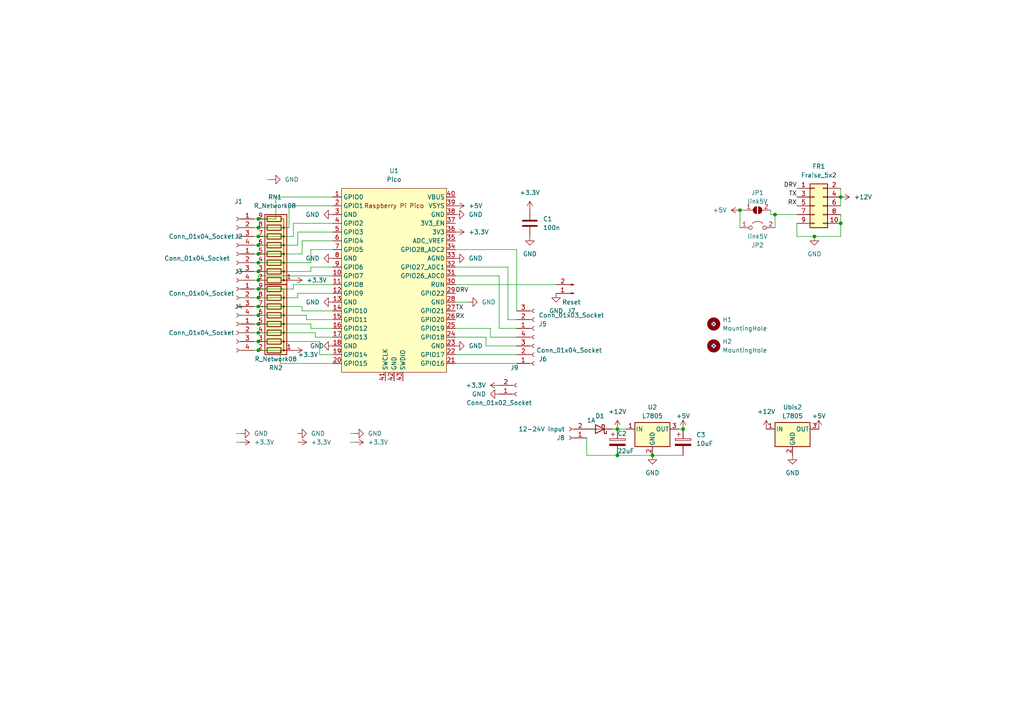
<source format=kicad_sch>
(kicad_sch (version 20230121) (generator eeschema)
  (paper "A4")
  (lib_symbols
    (symbol "Connector:Conn_01x02_Pin" (pin_names (offset 1.016) hide)
      (property "Reference" "J" (at 0 2.54 0))
      (property "Value" "Conn_01x02_Pin" (at 0 -5.08 0))
      (symbol "Conn_01x02_Pin_1_1"
        (polyline (pts (xy 1.27 -2.54) (xy 0.8636 -2.54)) (stroke (width 0.1524)))
        (polyline (pts (xy 1.27 0) (xy 0.8636 0)) (stroke (width 0.1524)))
        (rectangle (start 0.8636 -2.413) (end 0 -2.667) (stroke (width 0.1524)) (fill (type outline)))
        (rectangle (start 0.8636 0.127) (end 0 -0.127) (stroke (width 0.1524)) (fill (type outline)))
        (pin passive line (at 5.08 0 180) (length 3.81) (name "Pin_1") (number "1"))
        (pin passive line (at 5.08 -2.54 180) (length 3.81) (name "Pin_2") (number "2"))
      )
    )
    (symbol "Connector:Conn_01x02_Socket" (pin_names (offset 1.016) hide)
      (property "Reference" "J" (at 0 2.54 0))
      (property "Value" "Conn_01x02_Socket" (at 0 -5.08 0))
      (symbol "Conn_01x02_Socket_1_1"
        (arc (start 0 -2.032) (mid -0.5058 -2.54) (end 0 -3.048) (stroke (width 0.1524)))
        (polyline (pts (xy -1.27 -2.54) (xy -0.508 -2.54)) (stroke (width 0.1524)))
        (polyline (pts (xy -1.27 0) (xy -0.508 0)) (stroke (width 0.1524)))
        (arc (start 0 0.508) (mid -0.5058 0) (end 0 -0.508) (stroke (width 0.1524)))
        (pin passive line (at -5.08 0 0) (length 3.81) (name "Pin_1") (number "1"))
        (pin passive line (at -5.08 -2.54 0) (length 3.81) (name "Pin_2") (number "2"))
      )
    )
    (symbol "Connector:Conn_01x03_Socket" (pin_names (offset 1.016) hide)
      (property "Reference" "J" (at 0 5.08 0))
      (property "Value" "Conn_01x03_Socket" (at 0 -5.08 0))
      (symbol "Conn_01x03_Socket_1_1"
        (arc (start 0 -2.032) (mid -0.5058 -2.54) (end 0 -3.048) (stroke (width 0.1524)))
        (polyline (pts (xy -1.27 -2.54) (xy -0.508 -2.54)) (stroke (width 0.1524)))
        (polyline (pts (xy -1.27 0) (xy -0.508 0)) (stroke (width 0.1524)))
        (polyline (pts (xy -1.27 2.54) (xy -0.508 2.54)) (stroke (width 0.1524)))
        (arc (start 0 0.508) (mid -0.5058 0) (end 0 -0.508) (stroke (width 0.1524)))
        (arc (start 0 3.048) (mid -0.5058 2.54) (end 0 2.032) (stroke (width 0.1524)))
        (pin passive line (at -5.08 2.54 0) (length 3.81) (name "Pin_1") (number "1"))
        (pin passive line (at -5.08 0 0) (length 3.81) (name "Pin_2") (number "2"))
        (pin passive line (at -5.08 -2.54 0) (length 3.81) (name "Pin_3") (number "3"))
      )
    )
    (symbol "Connector:Conn_01x04_Socket" (pin_names (offset 1.016) hide)
      (property "Reference" "J" (at 0 5.08 0))
      (property "Value" "Conn_01x04_Socket" (at 0 -7.62 0))
      (symbol "Conn_01x04_Socket_1_1"
        (arc (start 0 -4.572) (mid -0.5058 -5.08) (end 0 -5.588) (stroke (width 0.1524)))
        (arc (start 0 -2.032) (mid -0.5058 -2.54) (end 0 -3.048) (stroke (width 0.1524)))
        (polyline (pts (xy -1.27 -5.08) (xy -0.508 -5.08)) (stroke (width 0.1524)))
        (polyline (pts (xy -1.27 -2.54) (xy -0.508 -2.54)) (stroke (width 0.1524)))
        (polyline (pts (xy -1.27 0) (xy -0.508 0)) (stroke (width 0.1524)))
        (polyline (pts (xy -1.27 2.54) (xy -0.508 2.54)) (stroke (width 0.1524)))
        (arc (start 0 0.508) (mid -0.5058 0) (end 0 -0.508) (stroke (width 0.1524)))
        (arc (start 0 3.048) (mid -0.5058 2.54) (end 0 2.032) (stroke (width 0.1524)))
        (pin passive line (at -5.08 2.54 0) (length 3.81) (name "Pin_1") (number "1"))
        (pin passive line (at -5.08 0 0) (length 3.81) (name "Pin_2") (number "2"))
        (pin passive line (at -5.08 -2.54 0) (length 3.81) (name "Pin_3") (number "3"))
        (pin passive line (at -5.08 -5.08 0) (length 3.81) (name "Pin_4") (number "4"))
      )
    )
    (symbol "Connector_Generic:Conn_02x05_Odd_Even" (pin_names (offset 1.016) hide)
      (property "Reference" "J" (at 1.27 7.62 0))
      (property "Value" "Conn_02x05_Odd_Even" (at 1.27 -7.62 0))
      (symbol "Conn_02x05_Odd_Even_1_1"
        (rectangle (start -1.27 -4.953) (end 0 -5.207) (stroke (width 0.1524)))
        (rectangle (start -1.27 -2.413) (end 0 -2.667) (stroke (width 0.1524)))
        (rectangle (start -1.27 0.127) (end 0 -0.127) (stroke (width 0.1524)))
        (rectangle (start -1.27 2.667) (end 0 2.413) (stroke (width 0.1524)))
        (rectangle (start -1.27 5.207) (end 0 4.953) (stroke (width 0.1524)))
        (rectangle (start -1.27 6.35) (end 3.81 -6.35) (stroke (width 0.254)) (fill (type background)))
        (rectangle (start 3.81 -4.953) (end 2.54 -5.207) (stroke (width 0.1524)))
        (rectangle (start 3.81 -2.413) (end 2.54 -2.667) (stroke (width 0.1524)))
        (rectangle (start 3.81 0.127) (end 2.54 -0.127) (stroke (width 0.1524)))
        (rectangle (start 3.81 2.667) (end 2.54 2.413) (stroke (width 0.1524)))
        (rectangle (start 3.81 5.207) (end 2.54 4.953) (stroke (width 0.1524)))
        (pin passive line (at -5.08 5.08 0) (length 3.81) (name "Pin_1") (number "1"))
        (pin passive line (at 7.62 -5.08 180) (length 3.81) (name "Pin_10") (number "10"))
        (pin passive line (at 7.62 5.08 180) (length 3.81) (name "Pin_2") (number "2"))
        (pin passive line (at -5.08 2.54 0) (length 3.81) (name "Pin_3") (number "3"))
        (pin passive line (at 7.62 2.54 180) (length 3.81) (name "Pin_4") (number "4"))
        (pin passive line (at -5.08 0 0) (length 3.81) (name "Pin_5") (number "5"))
        (pin passive line (at 7.62 0 180) (length 3.81) (name "Pin_6") (number "6"))
        (pin passive line (at -5.08 -2.54 0) (length 3.81) (name "Pin_7") (number "7"))
        (pin passive line (at 7.62 -2.54 180) (length 3.81) (name "Pin_8") (number "8"))
        (pin passive line (at -5.08 -5.08 0) (length 3.81) (name "Pin_9") (number "9"))
      )
    )
    (symbol "Device:C" (pin_numbers hide) (pin_names (offset 0.254))
      (property "Reference" "C" (at 0.635 2.54 0))
      (property "Value" "C" (at 0.635 -2.54 0))
      (symbol "C_0_1"
        (polyline (pts (xy -2.032 -0.762) (xy 2.032 -0.762)) (stroke (width 0.508)))
        (polyline (pts (xy -2.032 0.762) (xy 2.032 0.762)) (stroke (width 0.508)))
      )
      (symbol "C_1_1"
        (pin passive line (at 0 3.81 270) (length 2.794) (name "~") (number "1"))
        (pin passive line (at 0 -3.81 90) (length 2.794) (name "~") (number "2"))
      )
    )
    (symbol "Device:C_Polarized" (pin_numbers hide) (pin_names (offset 0.254))
      (property "Reference" "C" (at 0.635 2.54 0))
      (property "Value" "C_Polarized" (at 0.635 -2.54 0))
      (symbol "C_Polarized_0_1"
        (rectangle (start -2.286 0.508) (end 2.286 1.016))
        (polyline (pts (xy -1.778 2.286) (xy -0.762 2.286)))
        (polyline (pts (xy -1.27 2.794) (xy -1.27 1.778)))
        (rectangle (start 2.286 -0.508) (end -2.286 -1.016) (fill (type outline)))
      )
      (symbol "C_Polarized_1_1"
        (pin passive line (at 0 3.81 270) (length 2.794) (name "~") (number "1"))
        (pin passive line (at 0 -3.81 90) (length 2.794) (name "~") (number "2"))
      )
    )
    (symbol "Device:D_Schottky" (pin_numbers hide) (pin_names (offset 1.016) hide)
      (property "Reference" "D" (at 0 2.54 0))
      (property "Value" "D_Schottky" (at 0 -2.54 0))
      (symbol "D_Schottky_0_1"
        (polyline (pts (xy 1.27 0) (xy -1.27 0)))
        (polyline (pts (xy 1.27 1.27) (xy 1.27 -1.27) (xy -1.27 0) (xy 1.27 1.27)) (stroke (width 0.254)))
        (polyline (pts (xy -1.905 0.635) (xy -1.905 1.27) (xy -1.27 1.27) (xy -1.27 -1.27) (xy -0.635 -1.27) (xy -0.635 -0.635)) (stroke (width 0.254)))
      )
      (symbol "D_Schottky_1_1"
        (pin passive line (at -3.81 0 0) (length 2.54) (name "K") (number "1"))
        (pin passive line (at 3.81 0 180) (length 2.54) (name "A") (number "2"))
      )
    )
    (symbol "Device:R_Network08" (pin_names (offset 0) hide)
      (property "Reference" "RN" (at -12.7 0 90))
      (property "Value" "R_Network08" (at 10.16 0 90))
      (symbol "R_Network08_0_1"
        (rectangle (start -11.43 -3.175) (end 8.89 3.175) (stroke (width 0.254)) (fill (type background)))
        (rectangle (start -10.922 1.524) (end -9.398 -2.54) (stroke (width 0.254)))
        (circle (center -10.16 2.286) (radius 0.254) (fill (type outline)))
        (rectangle (start -8.382 1.524) (end -6.858 -2.54) (stroke (width 0.254)))
        (circle (center -7.62 2.286) (radius 0.254) (fill (type outline)))
        (rectangle (start -5.842 1.524) (end -4.318 -2.54) (stroke (width 0.254)))
        (circle (center -5.08 2.286) (radius 0.254) (fill (type outline)))
        (rectangle (start -3.302 1.524) (end -1.778 -2.54) (stroke (width 0.254)))
        (circle (center -2.54 2.286) (radius 0.254) (fill (type outline)))
        (rectangle (start -0.762 1.524) (end 0.762 -2.54) (stroke (width 0.254)))
        (polyline (pts (xy -10.16 -2.54) (xy -10.16 -3.81)))
        (polyline (pts (xy -7.62 -2.54) (xy -7.62 -3.81)))
        (polyline (pts (xy -5.08 -2.54) (xy -5.08 -3.81)))
        (polyline (pts (xy -2.54 -2.54) (xy -2.54 -3.81)))
        (polyline (pts (xy 0 -2.54) (xy 0 -3.81)))
        (polyline (pts (xy 2.54 -2.54) (xy 2.54 -3.81)))
        (polyline (pts (xy 5.08 -2.54) (xy 5.08 -3.81)))
        (polyline (pts (xy 7.62 -2.54) (xy 7.62 -3.81)))
        (polyline (pts (xy -10.16 1.524) (xy -10.16 2.286) (xy -7.62 2.286) (xy -7.62 1.524)))
        (polyline (pts (xy -7.62 1.524) (xy -7.62 2.286) (xy -5.08 2.286) (xy -5.08 1.524)))
        (polyline (pts (xy -5.08 1.524) (xy -5.08 2.286) (xy -2.54 2.286) (xy -2.54 1.524)))
        (polyline (pts (xy -2.54 1.524) (xy -2.54 2.286) (xy 0 2.286) (xy 0 1.524)))
        (polyline (pts (xy 0 1.524) (xy 0 2.286) (xy 2.54 2.286) (xy 2.54 1.524)))
        (polyline (pts (xy 2.54 1.524) (xy 2.54 2.286) (xy 5.08 2.286) (xy 5.08 1.524)))
        (polyline (pts (xy 5.08 1.524) (xy 5.08 2.286) (xy 7.62 2.286) (xy 7.62 1.524)))
        (circle (center 0 2.286) (radius 0.254) (fill (type outline)))
        (rectangle (start 1.778 1.524) (end 3.302 -2.54) (stroke (width 0.254)))
        (circle (center 2.54 2.286) (radius 0.254) (fill (type outline)))
        (rectangle (start 4.318 1.524) (end 5.842 -2.54) (stroke (width 0.254)))
        (circle (center 5.08 2.286) (radius 0.254) (fill (type outline)))
        (rectangle (start 6.858 1.524) (end 8.382 -2.54) (stroke (width 0.254)))
      )
      (symbol "R_Network08_1_1"
        (pin passive line (at -10.16 5.08 270) (length 2.54) (name "common") (number "1"))
        (pin passive line (at -10.16 -5.08 90) (length 1.27) (name "R1") (number "2"))
        (pin passive line (at -7.62 -5.08 90) (length 1.27) (name "R2") (number "3"))
        (pin passive line (at -5.08 -5.08 90) (length 1.27) (name "R3") (number "4"))
        (pin passive line (at -2.54 -5.08 90) (length 1.27) (name "R4") (number "5"))
        (pin passive line (at 0 -5.08 90) (length 1.27) (name "R5") (number "6"))
        (pin passive line (at 2.54 -5.08 90) (length 1.27) (name "R6") (number "7"))
        (pin passive line (at 5.08 -5.08 90) (length 1.27) (name "R7") (number "8"))
        (pin passive line (at 7.62 -5.08 90) (length 1.27) (name "R8") (number "9"))
      )
    )
    (symbol "Jumper:Jumper_2_Open" (pin_names (offset 0) hide)
      (property "Reference" "JP" (at 0 2.794 0))
      (property "Value" "Jumper_2_Open" (at 0 -2.286 0))
      (symbol "Jumper_2_Open_0_0"
        (circle (center -2.032 0) (radius 0.508))
        (circle (center 2.032 0) (radius 0.508))
      )
      (symbol "Jumper_2_Open_0_1"
        (arc (start 1.524 1.27) (mid 0 1.778) (end -1.524 1.27))
      )
      (symbol "Jumper_2_Open_1_1"
        (pin passive line (at -5.08 0 0) (length 2.54) (name "A") (number "1"))
        (pin passive line (at 5.08 0 180) (length 2.54) (name "B") (number "2"))
      )
    )
    (symbol "Jumper:SolderJumper_2_Open" (pin_names (offset 0) hide)
      (property "Reference" "JP" (at 0 2.032 0))
      (property "Value" "SolderJumper_2_Open" (at 0 -2.54 0))
      (symbol "SolderJumper_2_Open_0_1"
        (arc (start -0.254 1.016) (mid -1.2656 0) (end -0.254 -1.016))
        (arc (start -0.254 1.016) (mid -1.2656 0) (end -0.254 -1.016) (fill (type outline)))
        (polyline (pts (xy -0.254 1.016) (xy -0.254 -1.016)))
        (polyline (pts (xy 0.254 1.016) (xy 0.254 -1.016)))
        (arc (start 0.254 -1.016) (mid 1.2656 0) (end 0.254 1.016))
        (arc (start 0.254 -1.016) (mid 1.2656 0) (end 0.254 1.016) (fill (type outline)))
      )
      (symbol "SolderJumper_2_Open_1_1"
        (pin passive line (at -3.81 0 0) (length 2.54) (name "A") (number "1"))
        (pin passive line (at 3.81 0 180) (length 2.54) (name "B") (number "2"))
      )
    )
    (symbol "MCU_RaspberryPi_and_Boards:Pico"
      (property "Reference" "U" (at -13.97 27.94 0))
      (property "Value" "Pico" (at 0 19.05 0))
      (symbol "Pico_0_0"
        (text "Raspberry Pi Pico" (at 0 21.59 0) (effects (font (size 1.27 1.27))))
      )
      (symbol "Pico_0_1"
        (rectangle (start -15.24 26.67) (end 15.24 -26.67) (fill (type background)))
      )
      (symbol "Pico_1_1"
        (pin bidirectional line (at -17.78 24.13 0) (length 2.54) (name "GPIO0") (number "1"))
        (pin bidirectional line (at -17.78 1.27 0) (length 2.54) (name "GPIO7") (number "10"))
        (pin bidirectional line (at -17.78 -1.27 0) (length 2.54) (name "GPIO8") (number "11"))
        (pin bidirectional line (at -17.78 -3.81 0) (length 2.54) (name "GPIO9") (number "12"))
        (pin power_in line (at -17.78 -6.35 0) (length 2.54) (name "GND") (number "13"))
        (pin bidirectional line (at -17.78 -8.89 0) (length 2.54) (name "GPIO10") (number "14"))
        (pin bidirectional line (at -17.78 -11.43 0) (length 2.54) (name "GPIO11") (number "15"))
        (pin bidirectional line (at -17.78 -13.97 0) (length 2.54) (name "GPIO12") (number "16"))
        (pin bidirectional line (at -17.78 -16.51 0) (length 2.54) (name "GPIO13") (number "17"))
        (pin power_in line (at -17.78 -19.05 0) (length 2.54) (name "GND") (number "18"))
        (pin bidirectional line (at -17.78 -21.59 0) (length 2.54) (name "GPIO14") (number "19"))
        (pin bidirectional line (at -17.78 21.59 0) (length 2.54) (name "GPIO1") (number "2"))
        (pin bidirectional line (at -17.78 -24.13 0) (length 2.54) (name "GPIO15") (number "20"))
        (pin bidirectional line (at 17.78 -24.13 180) (length 2.54) (name "GPIO16") (number "21"))
        (pin bidirectional line (at 17.78 -21.59 180) (length 2.54) (name "GPIO17") (number "22"))
        (pin power_in line (at 17.78 -19.05 180) (length 2.54) (name "GND") (number "23"))
        (pin bidirectional line (at 17.78 -16.51 180) (length 2.54) (name "GPIO18") (number "24"))
        (pin bidirectional line (at 17.78 -13.97 180) (length 2.54) (name "GPIO19") (number "25"))
        (pin bidirectional line (at 17.78 -11.43 180) (length 2.54) (name "GPIO20") (number "26"))
        (pin bidirectional line (at 17.78 -8.89 180) (length 2.54) (name "GPIO21") (number "27"))
        (pin power_in line (at 17.78 -6.35 180) (length 2.54) (name "GND") (number "28"))
        (pin bidirectional line (at 17.78 -3.81 180) (length 2.54) (name "GPIO22") (number "29"))
        (pin power_in line (at -17.78 19.05 0) (length 2.54) (name "GND") (number "3"))
        (pin input line (at 17.78 -1.27 180) (length 2.54) (name "RUN") (number "30"))
        (pin bidirectional line (at 17.78 1.27 180) (length 2.54) (name "GPIO26_ADC0") (number "31"))
        (pin bidirectional line (at 17.78 3.81 180) (length 2.54) (name "GPIO27_ADC1") (number "32"))
        (pin power_in line (at 17.78 6.35 180) (length 2.54) (name "AGND") (number "33"))
        (pin bidirectional line (at 17.78 8.89 180) (length 2.54) (name "GPIO28_ADC2") (number "34"))
        (pin power_in line (at 17.78 11.43 180) (length 2.54) (name "ADC_VREF") (number "35"))
        (pin power_in line (at 17.78 13.97 180) (length 2.54) (name "3V3") (number "36"))
        (pin input line (at 17.78 16.51 180) (length 2.54) (name "3V3_EN") (number "37"))
        (pin bidirectional line (at 17.78 19.05 180) (length 2.54) (name "GND") (number "38"))
        (pin power_in line (at 17.78 21.59 180) (length 2.54) (name "VSYS") (number "39"))
        (pin bidirectional line (at -17.78 16.51 0) (length 2.54) (name "GPIO2") (number "4"))
        (pin power_in line (at 17.78 24.13 180) (length 2.54) (name "VBUS") (number "40"))
        (pin input line (at -2.54 -29.21 90) (length 2.54) (name "SWCLK") (number "41"))
        (pin power_in line (at 0 -29.21 90) (length 2.54) (name "GND") (number "42"))
        (pin bidirectional line (at 2.54 -29.21 90) (length 2.54) (name "SWDIO") (number "43"))
        (pin bidirectional line (at -17.78 13.97 0) (length 2.54) (name "GPIO3") (number "5"))
        (pin bidirectional line (at -17.78 11.43 0) (length 2.54) (name "GPIO4") (number "6"))
        (pin bidirectional line (at -17.78 8.89 0) (length 2.54) (name "GPIO5") (number "7"))
        (pin power_in line (at -17.78 6.35 0) (length 2.54) (name "GND") (number "8"))
        (pin bidirectional line (at -17.78 3.81 0) (length 2.54) (name "GPIO6") (number "9"))
      )
    )
    (symbol "Mechanical:MountingHole" (pin_names (offset 1.016))
      (property "Reference" "H" (at 0 5.08 0))
      (property "Value" "MountingHole" (at 0 3.175 0))
      (symbol "MountingHole_0_1"
        (circle (center 0 0) (radius 1.27) (stroke (width 1.27)))
      )
    )
    (symbol "Regulator_Linear:L7805" (pin_names (offset 0.254))
      (property "Reference" "U" (at -3.81 3.175 0))
      (property "Value" "L7805" (at 0 3.175 0))
      (symbol "L7805_0_1"
        (rectangle (start -5.08 1.905) (end 5.08 -5.08) (stroke (width 0.254)) (fill (type background)))
      )
      (symbol "L7805_1_1"
        (pin power_in line (at -7.62 0 0) (length 2.54) (name "IN") (number "1"))
        (pin power_in line (at 0 -7.62 90) (length 2.54) (name "GND") (number "2"))
        (pin power_out line (at 7.62 0 180) (length 2.54) (name "OUT") (number "3"))
      )
    )
    (symbol "power:+12V" (power) (pin_names (offset 0))
      (property "Value" "+12V" (at 0 3.556 0))
      (symbol "+12V_0_1"
        (polyline (pts (xy -0.762 1.27) (xy 0 2.54)))
        (polyline (pts (xy 0 0) (xy 0 2.54)))
        (polyline (pts (xy 0 2.54) (xy 0.762 1.27)))
      )
      (symbol "+12V_1_1"
        (pin power_in line (at 0 0 90) (length 0) hide (name "+12V") (number "1"))
      )
    )
    (symbol "power:+3.3V" (power) (pin_names (offset 0))
      (property "Value" "+3.3V" (at 0 3.556 0))
      (symbol "+3.3V_0_1"
        (polyline (pts (xy -0.762 1.27) (xy 0 2.54)))
        (polyline (pts (xy 0 0) (xy 0 2.54)))
        (polyline (pts (xy 0 2.54) (xy 0.762 1.27)))
      )
      (symbol "+3.3V_1_1"
        (pin power_in line (at 0 0 90) (length 0) hide (name "+3.3V") (number "1"))
      )
    )
    (symbol "power:+5V" (power) (pin_names (offset 0))
      (property "Value" "+5V" (at 0 3.556 0))
      (symbol "+5V_0_1"
        (polyline (pts (xy -0.762 1.27) (xy 0 2.54)))
        (polyline (pts (xy 0 0) (xy 0 2.54)))
        (polyline (pts (xy 0 2.54) (xy 0.762 1.27)))
      )
      (symbol "+5V_1_1"
        (pin power_in line (at 0 0 90) (length 0) hide (name "+5V") (number "1"))
      )
    )
    (symbol "power:GND" (power) (pin_names (offset 0))
      (property "Value" "GND" (at 0 -3.81 0))
      (symbol "GND_0_1"
        (polyline (pts (xy 0 0) (xy 0 -1.27) (xy 1.27 -1.27) (xy 0 -2.54) (xy -1.27 -1.27) (xy 0 -1.27)))
      )
      (symbol "GND_1_1"
        (pin power_in line (at 0 0 270) (length 0) hide (name "GND") (number "1"))
      )
    )
  )
  (junction (at 74.93 66.04))
  (junction (at 74.93 68.58))
  (junction (at 74.93 86.36))
  (junction (at 224.79 62.23))
  (junction (at 74.93 96.52))
  (junction (at 236.22 68.58))
  (junction (at 74.93 63.5))
  (junction (at 179.07 132.08))
  (junction (at 74.93 73.66))
  (junction (at 179.07 124.46))
  (junction (at 74.93 99.06))
  (junction (at 74.93 81.28))
  (junction (at 243.84 64.77))
  (junction (at 74.93 91.44))
  (junction (at 74.93 71.12))
  (junction (at 198.12 124.46))
  (junction (at 214.63 60.96))
  (junction (at 74.93 101.6))
  (junction (at 74.93 76.2))
  (junction (at 189.23 132.08))
  (junction (at 74.93 83.82))
  (junction (at 74.93 93.98))
  (junction (at 74.93 78.74))
  (junction (at 243.84 57.15))
  (junction (at 74.93 88.9))
  (no_connect (at 207.01 100.33))
  (no_connect (at 207.01 93.98))
  (wire (pts (xy 96.52 69.85) (xy 87.63 69.85)))
  (wire (pts (xy 74.93 88.9) (xy 73.66 88.9)))
  (wire (pts (xy 73.66 63.5) (xy 74.93 63.5)))
  (wire (pts (xy 87.63 88.9) (xy 87.63 90.17)))
  (wire (pts (xy 77.47 52.07) (xy 78.74 52.07)))
  (wire (pts (xy 215.9 60.96) (xy 214.63 60.96)))
  (wire (pts (xy 90.17 78.74) (xy 74.93 78.74)))
  (wire (pts (xy 140.97 100.33) (xy 149.86 100.33)))
  (wire (pts (xy 231.14 64.77) (xy 231.14 68.58)))
  (wire (pts (xy 90.17 93.98) (xy 90.17 95.25)))
  (wire (pts (xy 179.07 132.08) (xy 189.23 132.08)))
  (wire (pts (xy 92.71 99.06) (xy 74.93 99.06)))
  (wire (pts (xy 96.52 105.41) (xy 81.28 105.41)))
  (wire (pts (xy 140.97 97.79) (xy 140.97 100.33)))
  (wire (pts (xy 88.9 92.71) (xy 96.52 92.71)))
  (wire (pts (xy 74.93 101.6) (xy 73.66 101.6)))
  (wire (pts (xy 96.52 97.79) (xy 91.44 97.79)))
  (wire (pts (xy 90.17 72.39) (xy 96.52 72.39)))
  (wire (pts (xy 223.52 62.23) (xy 224.79 62.23)))
  (wire (pts (xy 96.52 82.55) (xy 85.09 82.55)))
  (wire (pts (xy 224.79 66.04) (xy 224.79 62.23)))
  (wire (pts (xy 132.08 102.87) (xy 149.86 102.87)))
  (wire (pts (xy 74.93 96.52) (xy 73.66 96.52)))
  (wire (pts (xy 87.63 88.9) (xy 74.93 88.9)))
  (wire (pts (xy 91.44 96.52) (xy 91.44 97.79)))
  (wire (pts (xy 74.93 71.12) (xy 73.66 71.12)))
  (wire (pts (xy 132.08 105.41) (xy 149.86 105.41)))
  (wire (pts (xy 142.24 97.79) (xy 149.86 97.79)))
  (wire (pts (xy 179.07 124.46) (xy 181.61 124.46)))
  (wire (pts (xy 132.08 97.79) (xy 140.97 97.79)))
  (wire (pts (xy 243.84 68.58) (xy 243.84 64.77)))
  (wire (pts (xy 74.93 66.04) (xy 83.82 66.04)))
  (wire (pts (xy 81.28 101.6) (xy 81.28 105.41)))
  (wire (pts (xy 144.78 95.25) (xy 149.86 95.25)))
  (wire (pts (xy 177.8 124.46) (xy 179.07 124.46)))
  (wire (pts (xy 231.14 68.58) (xy 236.22 68.58)))
  (wire (pts (xy 170.18 132.08) (xy 179.07 132.08)))
  (wire (pts (xy 90.17 76.2) (xy 90.17 72.39)))
  (wire (pts (xy 92.71 99.06) (xy 92.71 102.87)))
  (wire (pts (xy 81.28 101.6) (xy 74.93 101.6)))
  (wire (pts (xy 142.24 95.25) (xy 142.24 97.79)))
  (wire (pts (xy 74.93 73.66) (xy 73.66 73.66)))
  (wire (pts (xy 86.36 86.36) (xy 74.93 86.36)))
  (wire (pts (xy 91.44 96.52) (xy 74.93 96.52)))
  (wire (pts (xy 74.93 81.28) (xy 74.93 80.01)))
  (wire (pts (xy 243.84 54.61) (xy 243.84 57.15)))
  (wire (pts (xy 68.58 128.27) (xy 69.85 128.27)))
  (wire (pts (xy 80.01 57.15) (xy 96.52 57.15)))
  (wire (pts (xy 243.84 57.15) (xy 243.84 59.69)))
  (wire (pts (xy 132.08 72.39) (xy 149.86 72.39)))
  (wire (pts (xy 83.82 59.69) (xy 96.52 59.69)))
  (wire (pts (xy 149.86 72.39) (xy 149.86 90.17)))
  (wire (pts (xy 88.9 91.44) (xy 88.9 92.71)))
  (wire (pts (xy 85.09 68.58) (xy 85.09 64.77)))
  (wire (pts (xy 144.78 80.01) (xy 144.78 95.25)))
  (wire (pts (xy 96.52 80.01) (xy 74.93 80.01)))
  (wire (pts (xy 132.08 80.01) (xy 144.78 80.01)))
  (wire (pts (xy 73.66 68.58) (xy 74.93 68.58)))
  (wire (pts (xy 196.85 124.46) (xy 198.12 124.46)))
  (wire (pts (xy 73.66 91.44) (xy 74.93 91.44)))
  (wire (pts (xy 74.93 99.06) (xy 73.66 99.06)))
  (wire (pts (xy 68.58 125.73) (xy 69.85 125.73)))
  (wire (pts (xy 74.93 78.74) (xy 73.66 78.74)))
  (wire (pts (xy 101.6 125.73) (xy 102.87 125.73)))
  (wire (pts (xy 86.36 71.12) (xy 86.36 67.31)))
  (wire (pts (xy 243.84 62.23) (xy 243.84 64.77)))
  (wire (pts (xy 96.52 90.17) (xy 87.63 90.17)))
  (wire (pts (xy 74.93 86.36) (xy 73.66 86.36)))
  (wire (pts (xy 74.93 68.58) (xy 85.09 68.58)))
  (wire (pts (xy 86.36 71.12) (xy 74.93 71.12)))
  (wire (pts (xy 101.6 128.27) (xy 102.87 128.27)))
  (wire (pts (xy 147.32 92.71) (xy 147.32 77.47)))
  (wire (pts (xy 73.66 76.2) (xy 74.93 76.2)))
  (wire (pts (xy 214.63 60.96) (xy 214.63 66.04)))
  (wire (pts (xy 86.36 85.09) (xy 86.36 86.36)))
  (wire (pts (xy 189.23 132.08) (xy 198.12 132.08)))
  (wire (pts (xy 74.93 76.2) (xy 90.17 76.2)))
  (wire (pts (xy 96.52 77.47) (xy 90.17 77.47)))
  (wire (pts (xy 80.01 63.5) (xy 80.01 57.15)))
  (wire (pts (xy 87.63 73.66) (xy 74.93 73.66)))
  (wire (pts (xy 73.66 66.04) (xy 74.93 66.04)))
  (wire (pts (xy 83.82 66.04) (xy 83.82 59.69)))
  (wire (pts (xy 90.17 93.98) (xy 74.93 93.98)))
  (wire (pts (xy 87.63 69.85) (xy 87.63 73.66)))
  (wire (pts (xy 74.93 81.28) (xy 73.66 81.28)))
  (wire (pts (xy 132.08 95.25) (xy 142.24 95.25)))
  (wire (pts (xy 223.52 62.23) (xy 223.52 60.96)))
  (wire (pts (xy 96.52 85.09) (xy 86.36 85.09)))
  (wire (pts (xy 147.32 77.47) (xy 132.08 77.47)))
  (wire (pts (xy 224.79 62.23) (xy 231.14 62.23)))
  (wire (pts (xy 96.52 95.25) (xy 90.17 95.25)))
  (wire (pts (xy 90.17 77.47) (xy 90.17 78.74)))
  (wire (pts (xy 85.09 64.77) (xy 96.52 64.77)))
  (wire (pts (xy 85.09 83.82) (xy 74.93 83.82)))
  (wire (pts (xy 74.93 83.82) (xy 73.66 83.82)))
  (wire (pts (xy 74.93 91.44) (xy 88.9 91.44)))
  (wire (pts (xy 96.52 67.31) (xy 86.36 67.31)))
  (wire (pts (xy 135.89 87.63) (xy 132.08 87.63)))
  (wire (pts (xy 74.93 93.98) (xy 73.66 93.98)))
  (wire (pts (xy 96.52 102.87) (xy 92.71 102.87)))
  (wire (pts (xy 149.86 92.71) (xy 147.32 92.71)))
  (wire (pts (xy 236.22 68.58) (xy 243.84 68.58)))
  (wire (pts (xy 170.18 127) (xy 170.18 132.08)))
  (wire (pts (xy 85.09 82.55) (xy 85.09 83.82)))
  (wire (pts (xy 132.08 82.55) (xy 161.29 82.55)))
  (wire (pts (xy 74.93 63.5) (xy 80.01 63.5)))
  (label "RX" (at 231.14 59.69 180))
  (label "RX" (at 132.08 92.71 0))
  (label "TX" (at 231.14 57.15 180))
  (label "TX" (at 132.08 90.17 0))
  (label "DRV" (at 231.14 54.61 180))
  (label "DRV" (at 132.08 85.09 0))
  (symbol (lib_id "Device:C_Polarized") (at 179.07 128.27 0) (unit 1)
    (property "Reference" "C2" (at 179.07 125.73 0) (effects (justify left)))
    (property "Value" "22uF" (at 179.07 130.81 0) (effects (justify left)))
    (property "Footprint" "Capacitor_THT:CP_Radial_D5.0mm_P2.50mm" (effects hide))
  )
  (symbol (lib_id "power:+5V") (at 214.63 60.96 90) (unit 1)
    (property "Reference" "#PWR029" (effects hide))
    (property "Value" "+5V" (at 210.82 60.96 90) (effects (justify left)))
  )
  (symbol (lib_id "power:+12V") (at 179.07 124.46 0) (unit 1)
    (property "Reference" "#PWR025" (effects hide))
    (property "Value" "+12V" (at 179.07 119.38 0))
  )
  (symbol (lib_id "power:GND") (at 161.29 85.09 0) (unit 1)
    (property "Reference" "#PWR023" (effects hide))
    (property "Value" "GND" (at 161.29 90.17 0))
  )
  (symbol (lib_id "power:GND") (at 229.87 132.08 0) (unit 1)
    (property "Reference" "#PWR031" (effects hide))
    (property "Value" "GND" (at 229.87 137.16 0))
  )
  (symbol (lib_id "Connector:Conn_01x03_Socket") (at 154.94 92.71 0) (mirror x) (unit 1)
    (property "Reference" "J5" (at 156.21 93.98 0) (effects (justify left)))
    (property "Value" "Conn_01x03_Socket" (at 156.21 91.44 0) (effects (justify left)))
    (property "Footprint" "TerminalBlock:TerminalBlock_bornier-3_P5.08mm" (effects hide))
  )
  (symbol (lib_id "power:+5V") (at 132.08 59.69 270) (unit 1)
    (property "Reference" "#PWR016" (effects hide))
    (property "Value" "+5V" (at 135.89 59.69 90) (effects (justify left)))
  )
  (symbol (lib_id "Connector:Conn_01x02_Socket") (at 165.1 127 180) (unit 1)
    (property "Reference" "J8" (at 163.83 127 0) (effects (justify left)))
    (property "Value" "12-24V input" (at 163.83 124.46 0) (effects (justify left)))
    (property "Footprint" "TerminalBlock:TerminalBlock_bornier-2_P5.08mm" (effects hide))
  )
  (symbol (lib_id "Connector:Conn_01x04_Socket") (at 154.94 102.87 0) (mirror x) (unit 1)
    (property "Reference" "J6" (at 157.48 104.14 0))
    (property "Value" "Conn_01x04_Socket" (at 165.1 101.6 0))
    (property "Footprint" "TerminalBlock:TerminalBlock_bornier-4_P5.08mm" (effects hide))
  )
  (symbol (lib_id "power:GND") (at 132.08 100.33 90) (unit 1)
    (property "Reference" "#PWR014" (effects hide))
    (property "Value" "GND" (at 135.89 100.33 90) (effects (justify right)))
  )
  (symbol (lib_id "power:GND") (at 189.23 132.08 0) (unit 1)
    (property "Reference" "#PWR024" (effects hide))
    (property "Value" "GND" (at 189.23 137.16 0))
  )
  (symbol (lib_id "Regulator_Linear:L7805") (at 229.87 124.46 0) (unit 1)
    (property "Reference" "Ubis2" (at 229.87 118.11 0))
    (property "Value" "L7805" (at 229.87 120.65 0))
    (property "Footprint" "Package_TO_SOT_SMD:TO-252-3_TabPin2" (effects hide))
    (property "Datasheet" "http://www.st.com/content/ccc/resource/technical/document/datasheet/41/4f/b3/b0/12/d4/47/88/CD00000444.pdf/files/CD00000444.pdf/jcr:content/translations/en.CD00000444.pdf" (effects hide))
  )
  (symbol (lib_id "power:+5V") (at 198.12 124.46 0) (unit 1)
    (property "Reference" "#PWR026" (effects hide))
    (property "Value" "+5V" (at 198.12 120.65 0))
  )
  (symbol (lib_id "power:+3.3V") (at 102.87 128.27 270) (unit 1)
    (property "Reference" "#PWR06" (effects hide))
    (property "Value" "+3.3V" (at 106.68 128.27 90) (effects (justify left)))
  )
  (symbol (lib_id "power:+3.3V") (at 144.78 111.76 90) (unit 1)
    (property "Reference" "#PWR020" (effects hide))
    (property "Value" "+3.3V" (at 140.97 111.76 90) (effects (justify left)))
  )
  (symbol (lib_id "power:GND") (at 132.08 74.93 90) (unit 1)
    (property "Reference" "#PWR012" (effects hide))
    (property "Value" "GND" (at 135.89 74.93 90) (effects (justify right)))
  )
  (symbol (lib_id "Mechanical:MountingHole") (at 207.01 100.33 0) (unit 1)
    (property "Reference" "H2" (at 209.55 99.06 0) (effects (justify left)))
    (property "Value" "MountingHole" (at 209.55 101.6 0) (effects (justify left)))
    (property "Footprint" "MountingHole:MountingHole_3.2mm_M3_Pad_TopOnly" (effects hide))
  )
  (symbol (lib_id "power:GND") (at 135.89 87.63 90) (unit 1)
    (property "Reference" "#PWR013" (effects hide))
    (property "Value" "GND" (at 139.7 87.63 90) (effects (justify right)))
  )
  (symbol (lib_id "power:GND") (at 102.87 125.73 90) (unit 1)
    (property "Reference" "#PWR05" (effects hide))
    (property "Value" "GND" (at 106.68 125.73 90) (effects (justify right)))
  )
  (symbol (lib_id "Connector:Conn_01x04_Socket") (at 68.58 86.36 0) (mirror y) (unit 1)
    (property "Reference" "J3" (at 69.215 78.74 0))
    (property "Value" "Conn_01x04_Socket" (at 58.42 85.09 0))
    (property "Footprint" "TerminalBlock:TerminalBlock_bornier-4_P5.08mm" (effects hide))
  )
  (symbol (lib_id "power:+3.3V") (at 69.85 128.27 270) (unit 1)
    (property "Reference" "#PWR04" (effects hide))
    (property "Value" "+3.3V" (at 73.66 128.27 90) (effects (justify left)))
  )
  (symbol (lib_id "power:GND") (at 78.74 52.07 90) (unit 1)
    (property "Reference" "#PWR01" (effects hide))
    (property "Value" "GND" (at 82.55 52.07 90) (effects (justify right)))
  )
  (symbol (lib_id "MCU_RaspberryPi_and_Boards:Pico") (at 114.3 81.28 0) (unit 1)
    (property "Reference" "U1" (at 114.3 49.53 0))
    (property "Value" "Pico" (at 114.3 52.07 0))
    (property "Footprint" "MCU_RaspberryPi_and_Boards:RPi_Pico_SMD_TH" (effects hide))
  )
  (symbol (lib_id "Device:C") (at 153.67 64.77 0) (unit 1)
    (property "Reference" "C1" (at 157.48 63.5 0) (effects (justify left)))
    (property "Value" "100n" (at 157.48 66.04 0) (effects (justify left)))
    (property "Footprint" "Capacitor_THT:C_Rect_L4.0mm_W2.5mm_P2.50mm" (effects hide))
  )
  (symbol (lib_id "Jumper:SolderJumper_2_Open") (at 219.71 60.96 0) (unit 1)
    (property "Reference" "JP1" (at 219.71 55.88 0))
    (property "Value" "link5V" (at 219.71 58.42 0))
    (property "Footprint" "Jumper:SolderJumper-2_P1.3mm_Open_RoundedPad1.0x1.5mm" (effects hide))
  )
  (symbol (lib_id "Connector:Conn_01x04_Socket") (at 68.58 76.2 0) (mirror y) (unit 1)
    (property "Reference" "J2" (at 69.215 68.58 0))
    (property "Value" "Conn_01x04_Socket" (at 57.15 74.93 0))
    (property "Footprint" "TerminalBlock:TerminalBlock_bornier-4_P5.08mm" (effects hide))
  )
  (symbol (lib_id "power:GND") (at 96.52 100.33 270) (unit 1)
    (property "Reference" "#PWR010" (effects hide))
    (property "Value" "GND" (at 93.98 100.33 90) (effects (justify right)))
  )
  (symbol (lib_id "power:GND") (at 86.36 125.73 90) (unit 1)
    (property "Reference" "#PWR017" (effects hide))
    (property "Value" "GND" (at 90.17 125.73 90) (effects (justify right)))
  )
  (symbol (lib_id "power:+5V") (at 237.49 124.46 0) (unit 1)
    (property "Reference" "#PWR032" (effects hide))
    (property "Value" "+5V" (at 237.49 120.65 0))
  )
  (symbol (lib_id "Connector_Generic:Conn_02x05_Odd_Even") (at 236.22 59.69 0) (unit 1)
    (property "Reference" "FR1" (at 237.49 48.26 0))
    (property "Value" "Fraise_5x2" (at 237.49 50.8 0))
    (property "Footprint" "Connector_IDC:IDC-Header_2x05_P2.54mm_Vertical" (effects hide))
  )
  (symbol (lib_id "power:+3.3V") (at 85.09 101.6 270) (unit 1)
    (property "Reference" "#PWR033" (effects hide))
    (property "Value" "+3.3V" (at 86.36 102.87 90) (effects (justify left)))
  )
  (symbol (lib_id "Regulator_Linear:L7805") (at 189.23 124.46 0) (unit 1)
    (property "Reference" "U2" (at 189.23 118.11 0))
    (property "Value" "L7805" (at 189.23 120.65 0))
    (property "Footprint" "Package_TO_SOT_THT:TO-220-3_Vertical" (effects hide))
    (property "Datasheet" "http://www.st.com/content/ccc/resource/technical/document/datasheet/41/4f/b3/b0/12/d4/47/88/CD00000444.pdf/files/CD00000444.pdf/jcr:content/translations/en.CD00000444.pdf" (effects hide))
  )
  (symbol (lib_id "power:GND") (at 144.78 114.3 270) (unit 1)
    (property "Reference" "#PWR019" (effects hide))
    (property "Value" "GND" (at 140.97 114.3 90) (effects (justify right)))
  )
  (symbol (lib_id "Mechanical:MountingHole") (at 207.01 93.98 0) (unit 1)
    (property "Reference" "H1" (at 209.55 92.71 0) (effects (justify left)))
    (property "Value" "MountingHole" (at 209.55 95.25 0) (effects (justify left)))
    (property "Footprint" "MountingHole:MountingHole_3.2mm_M3_Pad_TopOnly" (effects hide))
  )
  (symbol (lib_id "Device:C_Polarized") (at 198.12 128.27 0) (unit 1)
    (property "Reference" "C3" (at 201.93 126.111 0) (effects (justify left)))
    (property "Value" "10uF" (at 201.93 128.651 0) (effects (justify left)))
    (property "Footprint" "Capacitor_THT:CP_Radial_D5.0mm_P2.50mm" (effects hide))
  )
  (symbol (lib_id "power:GND") (at 96.52 74.93 270) (unit 1)
    (property "Reference" "#PWR08" (effects hide))
    (property "Value" "GND" (at 92.71 74.93 90) (effects (justify right)))
  )
  (symbol (lib_id "power:GND") (at 132.08 62.23 90) (unit 1)
    (property "Reference" "#PWR011" (effects hide))
    (property "Value" "GND" (at 135.89 62.23 90) (effects (justify right)))
  )
  (symbol (lib_id "power:+3.3V") (at 85.09 81.28 270) (unit 1)
    (property "Reference" "#PWR02" (effects hide))
    (property "Value" "+3.3V" (at 88.9 81.28 90) (effects (justify left)))
  )
  (symbol (lib_id "Connector:Conn_01x04_Socket") (at 68.58 96.52 0) (mirror y) (unit 1)
    (property "Reference" "J4" (at 69.215 88.9 0))
    (property "Value" "Conn_01x04_Socket" (at 58.42 96.52 0))
    (property "Footprint" "TerminalBlock:TerminalBlock_bornier-4_P5.08mm" (effects hide))
  )
  (symbol (lib_id "Device:R_Network08") (at 80.01 91.44 270) (mirror x) (unit 1)
    (property "Reference" "RN2" (at 80.01 106.68 90))
    (property "Value" "R_Network08" (at 80.01 104.14 90))
    (property "Footprint" "Resistor_THT:R_Array_SIP9" (effects hide))
    (property "Datasheet" "http://www.vishay.com/docs/31509/csc.pdf" (effects hide))
  )
  (symbol (lib_id "power:GND") (at 153.67 68.58 0) (unit 1)
    (property "Reference" "#PWR022" (effects hide))
    (property "Value" "GND" (at 153.67 73.66 0))
  )
  (symbol (lib_id "power:GND") (at 236.22 68.58 0) (unit 1)
    (property "Reference" "#PWR028" (effects hide))
    (property "Value" "GND" (at 236.22 73.66 0))
  )
  (symbol (lib_id "power:+3.3V") (at 153.67 60.96 0) (unit 1)
    (property "Reference" "#PWR021" (effects hide))
    (property "Value" "+3.3V" (at 153.67 55.88 0))
  )
  (symbol (lib_id "Connector:Conn_01x02_Socket") (at 149.86 114.3 0) (mirror x) (unit 1)
    (property "Reference" "J9" (at 149.225 106.68 0))
    (property "Value" "Conn_01x02_Socket" (at 144.78 116.84 0))
    (property "Footprint" "TerminalBlock:TerminalBlock_bornier-2_P5.08mm" (effects hide))
  )
  (symbol (lib_id "Device:D_Schottky") (at 173.99 124.46 180) (unit 1)
    (property "Reference" "D1" (at 173.99 120.65 0))
    (property "Value" "1A" (at 171.45 121.92 0))
    (property "Footprint" "Diode_SMD:D_SMA" (effects hide))
  )
  (symbol (lib_id "Device:R_Network08") (at 80.01 71.12 270) (mirror x) (unit 1)
    (property "Reference" "RN1" (at 79.756 57.15 90))
    (property "Value" "R_Network08" (at 79.756 59.69 90))
    (property "Footprint" "Resistor_THT:R_Array_SIP9" (effects hide))
    (property "Datasheet" "http://www.vishay.com/docs/31509/csc.pdf" (effects hide))
  )
  (symbol (lib_id "power:+12V") (at 222.25 124.46 0) (unit 1)
    (property "Reference" "#PWR030" (effects hide))
    (property "Value" "+12V" (at 222.25 119.38 0))
  )
  (symbol (lib_id "power:GND") (at 69.85 125.73 90) (unit 1)
    (property "Reference" "#PWR03" (effects hide))
    (property "Value" "GND" (at 73.66 125.73 90) (effects (justify right)))
  )
  (symbol (lib_id "power:GND") (at 96.52 87.63 270) (unit 1)
    (property "Reference" "#PWR09" (effects hide))
    (property "Value" "GND" (at 92.71 87.63 90) (effects (justify right)))
  )
  (symbol (lib_id "power:GND") (at 96.52 62.23 270) (unit 1)
    (property "Reference" "#PWR07" (effects hide))
    (property "Value" "GND" (at 92.71 62.23 90) (effects (justify right)))
  )
  (symbol (lib_id "power:+3.3V") (at 132.08 67.31 270) (unit 1)
    (property "Reference" "#PWR015" (effects hide))
    (property "Value" "+3.3V" (at 135.89 67.31 90) (effects (justify left)))
  )
  (symbol (lib_id "power:+3.3V") (at 86.36 128.27 270) (unit 1)
    (property "Reference" "#PWR018" (effects hide))
    (property "Value" "+3.3V" (at 90.17 128.27 90) (effects (justify left)))
  )
  (symbol (lib_id "Connector:Conn_01x02_Pin") (at 166.37 85.09 180) (unit 1)
    (property "Reference" "J7" (at 165.735 90.17 0))
    (property "Value" "Reset" (at 165.735 87.63 0))
    (property "Footprint" "Connector_PinHeader_2.54mm:PinHeader_1x02_P2.54mm_Vertical" (effects hide))
  )
  (symbol (lib_id "power:+12V") (at 243.84 57.15 270) (unit 1)
    (property "Reference" "#PWR027" (effects hide))
    (property "Value" "+12V" (at 247.65 57.15 90) (effects (justify left)))
  )
  (symbol (lib_id "Connector:Conn_01x04_Socket") (at 68.58 66.04 0) (mirror y) (unit 1)
    (property "Reference" "J1" (at 69.215 58.42 0))
    (property "Value" "Conn_01x04_Socket" (at 58.42 68.58 0))
    (property "Footprint" "TerminalBlock:TerminalBlock_bornier-4_P5.08mm" (effects hide))
  )
  (symbol (lib_id "Jumper:Jumper_2_Open") (at 219.71 66.04 0) (unit 1)
    (property "Reference" "JP2" (at 219.71 71.12 0))
    (property "Value" "link5V" (at 219.71 68.58 0))
    (property "Footprint" "TestPoint:TestPoint_2Pads_Pitch2.54mm_Drill0.8mm" (effects hide))
  )
)
</source>
